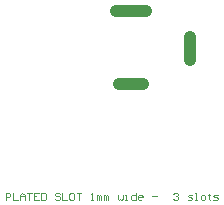
<source format=gm1>
%FSLAX44Y44*%
%MOMM*%
G71*
G01*
G75*
G04 Layer_Color=16711935*
%ADD10R,1.0000X1.3000*%
%ADD11R,1.5000X0.6500*%
%ADD12R,1.3000X1.0000*%
%ADD13R,1.5000X1.5000*%
%ADD14R,1.5000X1.5000*%
%ADD15R,1.0000X2.5000*%
%ADD16R,1.0000X3.5000*%
%ADD17R,2.7000X3.0000*%
%ADD18R,1.1000X3.7900*%
%ADD19R,1.4000X3.5000*%
%ADD20O,2.1000X0.3000*%
%ADD21O,0.3000X2.1000*%
%ADD22O,2.1000X0.7000*%
%ADD23R,0.6500X1.5000*%
%ADD24R,0.5500X1.6500*%
%ADD25R,1.3000X1.2500*%
%ADD26C,1.0000*%
%ADD27R,0.3000X1.5000*%
%ADD28R,1.5000X0.3000*%
%ADD29R,5.0000X2.1000*%
%ADD30R,1.2000X1.2000*%
%ADD31R,1.2000X1.2000*%
%ADD32C,0.2000*%
%ADD33C,0.3000*%
%ADD34C,0.5000*%
%ADD35C,0.8000*%
%ADD36C,0.5500*%
%ADD37C,1.0000*%
%ADD38C,1.7000*%
%ADD39C,0.6500*%
%ADD40C,0.2500*%
%ADD41C,5.0000*%
%ADD42C,1.5000*%
%ADD43C,1.5000*%
%ADD44R,1.5000X1.5000*%
%ADD45C,1.6000*%
%ADD46C,2.9500*%
%ADD47C,2.9500*%
%ADD48C,2.2000*%
%ADD49C,1.7000*%
%ADD50C,1.6500*%
%ADD51R,1.6500X1.6500*%
%ADD52C,0.9000*%
%ADD53C,1.3000*%
%ADD54O,2.0000X4.0000*%
%ADD55O,4.0000X2.0000*%
%ADD56O,4.5000X2.0000*%
%ADD57R,5.0000X5.0000*%
%ADD58C,0.7000*%
%ADD59C,0.6000*%
%ADD60C,0.1000*%
%ADD61C,0.2540*%
%ADD62C,0.1800*%
%ADD63C,0.0254*%
%ADD64C,0.1500*%
%ADD65R,1.9000X4.1000*%
%ADD66R,1.2032X1.5032*%
%ADD67R,1.7032X0.8532*%
%ADD68R,1.5032X1.2032*%
%ADD69R,1.7032X1.7032*%
%ADD70R,1.7032X1.7032*%
%ADD71R,1.2032X2.7032*%
%ADD72R,1.2032X3.7032*%
%ADD73R,2.9032X3.2032*%
%ADD74R,1.3032X3.9932*%
%ADD75R,1.6032X3.7032*%
%ADD76O,2.3032X0.5032*%
%ADD77O,0.5032X2.3032*%
%ADD78O,2.3032X0.9032*%
%ADD79R,0.8532X1.7032*%
%ADD80R,0.7532X1.8532*%
%ADD81R,1.5032X1.4532*%
%ADD82C,1.2032*%
%ADD83R,0.5032X1.7032*%
%ADD84R,1.7032X0.5032*%
%ADD85R,5.2032X2.3032*%
%ADD86R,1.4032X1.4032*%
%ADD87R,1.4032X1.4032*%
%ADD88C,5.2032*%
%ADD89C,1.7032*%
%ADD90C,1.7032*%
%ADD91R,1.7032X1.7032*%
%ADD92C,1.8032*%
%ADD93C,3.1532*%
%ADD94C,3.1532*%
%ADD95C,2.4032*%
%ADD96C,1.9032*%
%ADD97C,1.8532*%
%ADD98R,1.8532X1.8532*%
%ADD99C,1.1032*%
%ADD100C,1.5032*%
%ADD101O,2.2032X4.2032*%
%ADD102O,4.2032X2.2032*%
%ADD103O,4.7032X2.2032*%
%ADD104R,5.2032X5.2032*%
%ADD105C,0.0600*%
D37*
X160000Y96000D02*
Y116000D01*
X97500Y138000D02*
X122500D01*
X100000Y76000D02*
X120000D01*
D105*
X4000Y-22000D02*
Y-16002D01*
X6999D01*
X7999Y-17002D01*
Y-19001D01*
X6999Y-20001D01*
X4000D01*
X9998Y-16002D02*
Y-22000D01*
X13997D01*
X15996D02*
Y-18001D01*
X17996Y-16002D01*
X19995Y-18001D01*
Y-22000D01*
Y-19001D01*
X15996D01*
X21994Y-16002D02*
X25993D01*
X23993D01*
Y-22000D01*
X31991Y-16002D02*
X27992D01*
Y-22000D01*
X31991D01*
X27992Y-19001D02*
X29992D01*
X33990Y-16002D02*
Y-22000D01*
X36989D01*
X37989Y-21000D01*
Y-17002D01*
X36989Y-16002D01*
X33990D01*
X49985Y-17002D02*
X48985Y-16002D01*
X46986D01*
X45986Y-17002D01*
Y-18001D01*
X46986Y-19001D01*
X48985D01*
X49985Y-20001D01*
Y-21000D01*
X48985Y-22000D01*
X46986D01*
X45986Y-21000D01*
X51985Y-16002D02*
Y-22000D01*
X55983D01*
X60981Y-16002D02*
X58982D01*
X57983Y-17002D01*
Y-21000D01*
X58982Y-22000D01*
X60981D01*
X61981Y-21000D01*
Y-17002D01*
X60981Y-16002D01*
X63981D02*
X67979D01*
X65980D01*
Y-22000D01*
X75977D02*
X77976D01*
X76976D01*
Y-16002D01*
X75977Y-17002D01*
X80975Y-22000D02*
Y-18001D01*
X81975D01*
X82974Y-19001D01*
Y-22000D01*
Y-19001D01*
X83974Y-18001D01*
X84974Y-19001D01*
Y-22000D01*
X86973D02*
Y-18001D01*
X87973D01*
X88973Y-19001D01*
Y-22000D01*
Y-19001D01*
X89972Y-18001D01*
X90972Y-19001D01*
Y-22000D01*
X98969Y-18001D02*
Y-21000D01*
X99969Y-22000D01*
X100969Y-21000D01*
X101968Y-22000D01*
X102968Y-21000D01*
Y-18001D01*
X104967Y-22000D02*
X106967D01*
X105967D01*
Y-18001D01*
X104967D01*
X113964Y-16002D02*
Y-22000D01*
X110965D01*
X109966Y-21000D01*
Y-19001D01*
X110965Y-18001D01*
X113964D01*
X118963Y-22000D02*
X116963D01*
X115964Y-21000D01*
Y-19001D01*
X116963Y-18001D01*
X118963D01*
X119962Y-19001D01*
Y-20001D01*
X115964D01*
X127960Y-19001D02*
X131959D01*
X145954Y-17002D02*
X146954Y-16002D01*
X148953D01*
X149953Y-17002D01*
Y-18001D01*
X148953Y-19001D01*
X147953D01*
X148953D01*
X149953Y-20001D01*
Y-21000D01*
X148953Y-22000D01*
X146954D01*
X145954Y-21000D01*
X157950Y-22000D02*
X160949D01*
X161949Y-21000D01*
X160949Y-20001D01*
X158950D01*
X157950Y-19001D01*
X158950Y-18001D01*
X161949D01*
X163948Y-22000D02*
X165947D01*
X164948D01*
Y-16002D01*
X163948D01*
X169946Y-22000D02*
X171946D01*
X172945Y-21000D01*
Y-19001D01*
X171946Y-18001D01*
X169946D01*
X168946Y-19001D01*
Y-21000D01*
X169946Y-22000D01*
X175944Y-17002D02*
Y-18001D01*
X174945D01*
X176944D01*
X175944D01*
Y-21000D01*
X176944Y-22000D01*
X179943D02*
X182942D01*
X183942Y-21000D01*
X182942Y-20001D01*
X180943D01*
X179943Y-19001D01*
X180943Y-18001D01*
X183942D01*
M02*

</source>
